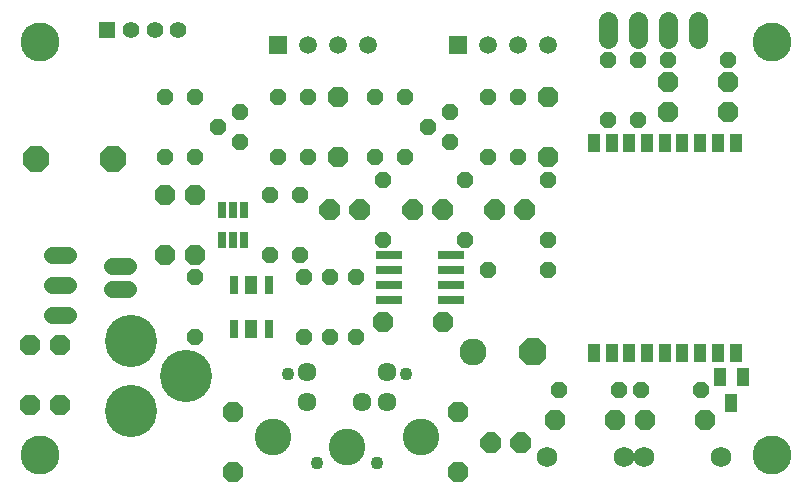
<source format=gts>
G75*
%MOIN*%
%OFA0B0*%
%FSLAX25Y25*%
%IPPOS*%
%LPD*%
%AMOC8*
5,1,8,0,0,1.08239X$1,22.5*
%
%ADD10OC8,0.06700*%
%ADD11C,0.05600*%
%ADD12R,0.05943X0.05943*%
%ADD13C,0.05943*%
%ADD14R,0.05550X0.05550*%
%ADD15C,0.05550*%
%ADD16C,0.17400*%
%ADD17C,0.06400*%
%ADD18OC8,0.07000*%
%ADD19OC8,0.05600*%
%ADD20OC8,0.08900*%
%ADD21C,0.06896*%
%ADD22R,0.03943X0.06246*%
%ADD23C,0.05550*%
%ADD24R,0.04337X0.05912*%
%ADD25R,0.02600X0.05600*%
%ADD26R,0.09100X0.02800*%
%ADD27C,0.12211*%
%ADD28C,0.04337*%
%ADD29C,0.06337*%
%ADD30C,0.12998*%
%ADD31C,0.09000*%
%ADD32OC8,0.09000*%
%ADD33R,0.03156X0.06306*%
%ADD34R,0.04337X0.06306*%
D10*
X0127094Y0098933D03*
X0127094Y0118933D03*
X0177094Y0148933D03*
X0197094Y0148933D03*
X0202094Y0118933D03*
X0202094Y0098933D03*
X0234594Y0116433D03*
X0254594Y0116433D03*
X0264594Y0116433D03*
X0284594Y0116433D03*
X0232094Y0203933D03*
X0232094Y0223933D03*
X0272094Y0218933D03*
X0272094Y0228933D03*
X0292094Y0228933D03*
X0292094Y0218933D03*
X0162094Y0223933D03*
X0162094Y0203933D03*
X0114594Y0191433D03*
X0104594Y0191433D03*
X0104594Y0171433D03*
X0114594Y0171433D03*
X0069594Y0141433D03*
X0059594Y0141433D03*
X0059594Y0121433D03*
X0069594Y0121433D03*
D11*
X0086994Y0160183D02*
X0092194Y0160183D01*
X0092194Y0167683D02*
X0086994Y0167683D01*
D12*
X0142094Y0241433D03*
X0202094Y0241433D03*
D13*
X0212094Y0241433D03*
X0222094Y0241433D03*
X0232094Y0241433D03*
X0172094Y0241433D03*
X0162094Y0241433D03*
X0152094Y0241433D03*
D14*
X0085283Y0246433D03*
D15*
X0093157Y0246433D03*
X0101031Y0246433D03*
X0108906Y0246433D03*
D16*
X0093157Y0142870D03*
X0111661Y0131059D03*
X0093157Y0119248D03*
D17*
X0252094Y0243433D02*
X0252094Y0249433D01*
X0262094Y0249433D02*
X0262094Y0243433D01*
X0272094Y0243433D02*
X0272094Y0249433D01*
X0282094Y0249433D02*
X0282094Y0243433D01*
D18*
X0224594Y0186433D03*
X0214594Y0186433D03*
X0197094Y0186433D03*
X0187094Y0186433D03*
X0169594Y0186433D03*
X0159594Y0186433D03*
X0213354Y0108618D03*
X0223354Y0108618D03*
D19*
X0235844Y0126433D03*
X0255844Y0126433D03*
X0263344Y0126433D03*
X0283344Y0126433D03*
X0232094Y0166433D03*
X0232094Y0176433D03*
X0212094Y0166433D03*
X0204594Y0176433D03*
X0204594Y0196433D03*
X0212094Y0203933D03*
X0222094Y0203933D03*
X0232094Y0196433D03*
X0252094Y0216433D03*
X0262094Y0216433D03*
X0262094Y0236433D03*
X0272094Y0236433D03*
X0252094Y0236433D03*
X0222094Y0223933D03*
X0212094Y0223933D03*
X0199594Y0218933D03*
X0192094Y0213933D03*
X0199594Y0208933D03*
X0184594Y0203933D03*
X0174594Y0203933D03*
X0177094Y0196433D03*
X0177094Y0176433D03*
X0168344Y0163933D03*
X0159594Y0163933D03*
X0150844Y0163933D03*
X0149594Y0171433D03*
X0139594Y0171433D03*
X0139594Y0191433D03*
X0149594Y0191433D03*
X0152094Y0203933D03*
X0142094Y0203933D03*
X0129594Y0208933D03*
X0122094Y0213933D03*
X0129594Y0218933D03*
X0142094Y0223933D03*
X0152094Y0223933D03*
X0174594Y0223933D03*
X0184594Y0223933D03*
X0114594Y0223933D03*
X0104594Y0223933D03*
X0104594Y0203933D03*
X0114594Y0203933D03*
X0114594Y0163933D03*
X0114594Y0143933D03*
X0150844Y0143933D03*
X0159594Y0143933D03*
X0168344Y0143933D03*
X0292094Y0236433D03*
D20*
X0087099Y0203323D03*
X0061499Y0203323D03*
D21*
X0231799Y0103933D03*
X0257390Y0103933D03*
X0264299Y0103933D03*
X0289890Y0103933D03*
D22*
X0288827Y0138569D03*
X0294732Y0138569D03*
X0282921Y0138569D03*
X0277016Y0138569D03*
X0271110Y0138569D03*
X0265205Y0138569D03*
X0259299Y0138569D03*
X0253394Y0138569D03*
X0247488Y0138569D03*
X0247488Y0208589D03*
X0253394Y0208589D03*
X0259299Y0208589D03*
X0265205Y0208589D03*
X0271110Y0208589D03*
X0277016Y0208589D03*
X0282921Y0208589D03*
X0288827Y0208589D03*
X0294732Y0208589D03*
D23*
X0072169Y0171433D02*
X0067020Y0171433D01*
X0067020Y0161433D02*
X0072169Y0161433D01*
X0072169Y0151433D02*
X0067020Y0151433D01*
D24*
X0289604Y0130764D03*
X0297085Y0130764D03*
X0293344Y0122102D03*
D25*
X0130794Y0176333D03*
X0127094Y0176333D03*
X0123394Y0176333D03*
X0123394Y0186533D03*
X0127094Y0186533D03*
X0130794Y0186533D03*
D26*
X0179294Y0171433D03*
X0179294Y0166433D03*
X0179294Y0161433D03*
X0179294Y0156433D03*
X0199894Y0156433D03*
X0199894Y0161433D03*
X0199894Y0166433D03*
X0199894Y0171433D03*
D27*
X0189811Y0110587D03*
X0165205Y0107437D03*
X0140598Y0110587D03*
D28*
X0155362Y0101925D03*
X0175047Y0101925D03*
X0184890Y0131846D03*
X0145520Y0131846D03*
D29*
X0151819Y0132240D03*
X0151819Y0122398D03*
X0170323Y0122398D03*
X0178591Y0122398D03*
X0178591Y0132240D03*
D30*
X0062843Y0104681D03*
X0062843Y0242476D03*
X0306937Y0242476D03*
X0306937Y0104681D03*
D31*
X0207094Y0138933D03*
D32*
X0227094Y0138933D03*
D33*
X0139250Y0146650D03*
X0127439Y0146650D03*
X0127439Y0161217D03*
X0139250Y0161217D03*
D34*
X0133344Y0161217D03*
X0133344Y0146650D03*
M02*

</source>
